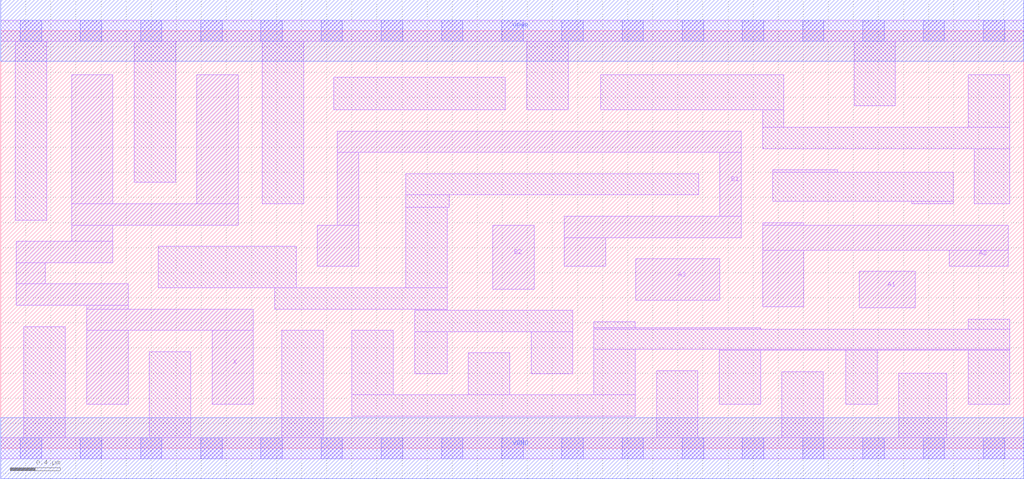
<source format=lef>
# Copyright 2020 The SkyWater PDK Authors
#
# Licensed under the Apache License, Version 2.0 (the "License");
# you may not use this file except in compliance with the License.
# You may obtain a copy of the License at
#
#     https://www.apache.org/licenses/LICENSE-2.0
#
# Unless required by applicable law or agreed to in writing, software
# distributed under the License is distributed on an "AS IS" BASIS,
# WITHOUT WARRANTIES OR CONDITIONS OF ANY KIND, either express or implied.
# See the License for the specific language governing permissions and
# limitations under the License.
#
# SPDX-License-Identifier: Apache-2.0

VERSION 5.7 ;
  NAMESCASESENSITIVE ON ;
  NOWIREEXTENSIONATPIN ON ;
  DIVIDERCHAR "/" ;
  BUSBITCHARS "[]" ;
UNITS
  DATABASE MICRONS 200 ;
END UNITS
MACRO sky130_fd_sc_hs__o32a_4
  CLASS CORE ;
  SOURCE USER ;
  FOREIGN sky130_fd_sc_hs__o32a_4 ;
  ORIGIN  0.000000  0.000000 ;
  SIZE  8.160000 BY  3.330000 ;
  SYMMETRY X Y ;
  SITE unit ;
  PIN A1
    ANTENNAGATEAREA  0.492000 ;
    DIRECTION INPUT ;
    USE SIGNAL ;
    PORT
      LAYER li1 ;
        RECT 6.845000 1.120000 7.295000 1.410000 ;
    END
  END A1
  PIN A2
    ANTENNAGATEAREA  0.492000 ;
    DIRECTION INPUT ;
    USE SIGNAL ;
    PORT
      LAYER li1 ;
        RECT 6.075000 1.130000 6.405000 1.580000 ;
        RECT 6.075000 1.580000 8.035000 1.780000 ;
        RECT 6.075000 1.780000 6.405000 1.800000 ;
        RECT 7.565000 1.450000 8.035000 1.580000 ;
    END
  END A2
  PIN A3
    ANTENNAGATEAREA  0.492000 ;
    DIRECTION INPUT ;
    USE SIGNAL ;
    PORT
      LAYER li1 ;
        RECT 5.065000 1.180000 5.735000 1.510000 ;
    END
  END A3
  PIN B1
    ANTENNAGATEAREA  0.492000 ;
    DIRECTION INPUT ;
    USE SIGNAL ;
    PORT
      LAYER li1 ;
        RECT 2.525000 1.450000 2.855000 1.780000 ;
        RECT 2.685000 1.780000 2.855000 2.360000 ;
        RECT 2.685000 2.360000 5.905000 2.530000 ;
        RECT 4.495000 1.450000 4.825000 1.680000 ;
        RECT 4.495000 1.680000 5.905000 1.850000 ;
        RECT 5.735000 1.850000 5.905000 2.360000 ;
    END
  END B1
  PIN B2
    ANTENNAGATEAREA  0.492000 ;
    DIRECTION INPUT ;
    USE SIGNAL ;
    PORT
      LAYER li1 ;
        RECT 3.925000 1.270000 4.255000 1.780000 ;
    END
  END B2
  PIN X
    ANTENNADIFFAREA  1.313300 ;
    DIRECTION OUTPUT ;
    USE SIGNAL ;
    PORT
      LAYER li1 ;
        RECT 0.125000 1.140000 1.015000 1.310000 ;
        RECT 0.125000 1.310000 0.355000 1.480000 ;
        RECT 0.125000 1.480000 0.895000 1.650000 ;
        RECT 0.565000 1.650000 0.895000 1.780000 ;
        RECT 0.565000 1.780000 1.895000 1.950000 ;
        RECT 0.565000 1.950000 0.895000 2.980000 ;
        RECT 0.685000 0.350000 1.015000 0.940000 ;
        RECT 0.685000 0.940000 2.015000 1.110000 ;
        RECT 0.685000 1.110000 1.015000 1.140000 ;
        RECT 1.565000 1.950000 1.895000 2.980000 ;
        RECT 1.685000 0.350000 2.015000 0.940000 ;
    END
  END X
  PIN VGND
    DIRECTION INOUT ;
    USE GROUND ;
    PORT
      LAYER met1 ;
        RECT 0.000000 -0.245000 8.160000 0.245000 ;
    END
  END VGND
  PIN VPWR
    DIRECTION INOUT ;
    USE POWER ;
    PORT
      LAYER met1 ;
        RECT 0.000000 3.085000 8.160000 3.575000 ;
    END
  END VPWR
  OBS
    LAYER li1 ;
      RECT 0.000000 -0.085000 8.160000 0.085000 ;
      RECT 0.000000  3.245000 8.160000 3.415000 ;
      RECT 0.115000  1.820000 0.365000 3.245000 ;
      RECT 0.185000  0.085000 0.515000 0.970000 ;
      RECT 1.065000  2.120000 1.395000 3.245000 ;
      RECT 1.185000  0.085000 1.515000 0.770000 ;
      RECT 1.255000  1.280000 2.355000 1.610000 ;
      RECT 2.085000  1.950000 2.415000 3.245000 ;
      RECT 2.185000  1.110000 3.560000 1.280000 ;
      RECT 2.240000  0.085000 2.570000 0.940000 ;
      RECT 2.655000  2.700000 4.025000 2.960000 ;
      RECT 2.800000  0.255000 5.060000 0.425000 ;
      RECT 2.800000  0.425000 3.130000 0.940000 ;
      RECT 3.230000  1.280000 3.560000 1.920000 ;
      RECT 3.230000  1.920000 3.575000 2.020000 ;
      RECT 3.230000  2.020000 5.565000 2.190000 ;
      RECT 3.300000  0.595000 3.560000 0.930000 ;
      RECT 3.300000  0.930000 4.560000 1.100000 ;
      RECT 3.300000  1.100000 3.560000 1.110000 ;
      RECT 3.730000  0.425000 4.060000 0.760000 ;
      RECT 4.195000  2.700000 4.525000 3.245000 ;
      RECT 4.230000  0.595000 4.560000 0.930000 ;
      RECT 4.730000  0.425000 5.060000 0.790000 ;
      RECT 4.730000  0.790000 8.045000 0.950000 ;
      RECT 4.730000  0.950000 6.060000 0.960000 ;
      RECT 4.730000  0.960000 5.060000 1.010000 ;
      RECT 4.785000  2.700000 6.245000 2.980000 ;
      RECT 5.230000  0.085000 5.560000 0.620000 ;
      RECT 5.730000  0.350000 6.060000 0.780000 ;
      RECT 5.730000  0.780000 8.045000 0.790000 ;
      RECT 6.075000  2.390000 8.045000 2.560000 ;
      RECT 6.075000  2.560000 6.245000 2.700000 ;
      RECT 6.155000  1.970000 7.595000 2.200000 ;
      RECT 6.155000  2.200000 6.675000 2.220000 ;
      RECT 6.230000  0.085000 6.560000 0.610000 ;
      RECT 6.740000  0.350000 6.990000 0.780000 ;
      RECT 6.805000  2.730000 7.135000 3.245000 ;
      RECT 7.160000  0.085000 7.545000 0.600000 ;
      RECT 7.265000  1.950000 7.595000 1.970000 ;
      RECT 7.715000  0.350000 8.045000 0.780000 ;
      RECT 7.715000  0.950000 8.045000 1.030000 ;
      RECT 7.715000  2.560000 8.045000 2.980000 ;
      RECT 7.765000  1.950000 8.045000 2.390000 ;
    LAYER mcon ;
      RECT 0.155000 -0.085000 0.325000 0.085000 ;
      RECT 0.155000  3.245000 0.325000 3.415000 ;
      RECT 0.635000 -0.085000 0.805000 0.085000 ;
      RECT 0.635000  3.245000 0.805000 3.415000 ;
      RECT 1.115000 -0.085000 1.285000 0.085000 ;
      RECT 1.115000  3.245000 1.285000 3.415000 ;
      RECT 1.595000 -0.085000 1.765000 0.085000 ;
      RECT 1.595000  3.245000 1.765000 3.415000 ;
      RECT 2.075000 -0.085000 2.245000 0.085000 ;
      RECT 2.075000  3.245000 2.245000 3.415000 ;
      RECT 2.555000 -0.085000 2.725000 0.085000 ;
      RECT 2.555000  3.245000 2.725000 3.415000 ;
      RECT 3.035000 -0.085000 3.205000 0.085000 ;
      RECT 3.035000  3.245000 3.205000 3.415000 ;
      RECT 3.515000 -0.085000 3.685000 0.085000 ;
      RECT 3.515000  3.245000 3.685000 3.415000 ;
      RECT 3.995000 -0.085000 4.165000 0.085000 ;
      RECT 3.995000  3.245000 4.165000 3.415000 ;
      RECT 4.475000 -0.085000 4.645000 0.085000 ;
      RECT 4.475000  3.245000 4.645000 3.415000 ;
      RECT 4.955000 -0.085000 5.125000 0.085000 ;
      RECT 4.955000  3.245000 5.125000 3.415000 ;
      RECT 5.435000 -0.085000 5.605000 0.085000 ;
      RECT 5.435000  3.245000 5.605000 3.415000 ;
      RECT 5.915000 -0.085000 6.085000 0.085000 ;
      RECT 5.915000  3.245000 6.085000 3.415000 ;
      RECT 6.395000 -0.085000 6.565000 0.085000 ;
      RECT 6.395000  3.245000 6.565000 3.415000 ;
      RECT 6.875000 -0.085000 7.045000 0.085000 ;
      RECT 6.875000  3.245000 7.045000 3.415000 ;
      RECT 7.355000 -0.085000 7.525000 0.085000 ;
      RECT 7.355000  3.245000 7.525000 3.415000 ;
      RECT 7.835000 -0.085000 8.005000 0.085000 ;
      RECT 7.835000  3.245000 8.005000 3.415000 ;
  END
END sky130_fd_sc_hs__o32a_4
END LIBRARY

</source>
